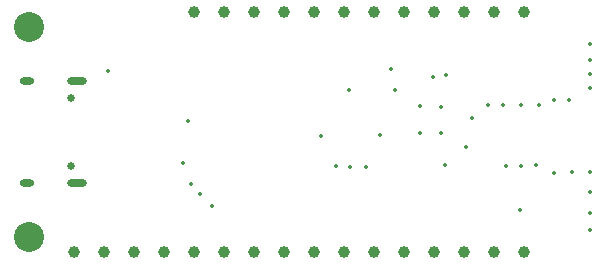
<source format=gbr>
%TF.GenerationSoftware,Altium Limited,Altium Designer,18.1.7 (191)*%
G04 Layer_Color=0*
%FSLAX26Y26*%
%MOIN*%
%TF.FileFunction,Plated,1,2,PTH,Drill*%
%TF.Part,Single*%
G01*
G75*
%TA.AperFunction,ComponentDrill*%
%ADD72C,0.039370*%
%ADD73C,0.039370*%
%ADD74C,0.100000*%
%ADD75O,0.047244X0.023622*%
%ADD76O,0.066929X0.023622*%
%ADD77C,0.025591*%
%TA.AperFunction,ViaDrill,NotFilled*%
%ADD78C,0.013780*%
D72*
X1761323Y864567D02*
D03*
X1661323D02*
D03*
X1561323D02*
D03*
X1461323D02*
D03*
X1361323D02*
D03*
X1261323D02*
D03*
X1161323D02*
D03*
X1061323D02*
D03*
X961323D02*
D03*
X861323D02*
D03*
X761323D02*
D03*
X661323D02*
D03*
D73*
X1761323Y64567D02*
D03*
X1661323D02*
D03*
X1561323D02*
D03*
X1461323D02*
D03*
X1361323D02*
D03*
X1261323D02*
D03*
X1161323D02*
D03*
X1061323D02*
D03*
X961323D02*
D03*
X861323D02*
D03*
X761323D02*
D03*
X661323D02*
D03*
X561323D02*
D03*
X461323D02*
D03*
X361323D02*
D03*
X261323D02*
D03*
D74*
X111323Y114567D02*
D03*
Y814567D02*
D03*
D75*
X104529Y294882D02*
D03*
Y635039D02*
D03*
D76*
X269096Y294882D02*
D03*
Y635039D02*
D03*
D77*
X248230Y351181D02*
D03*
Y578740D02*
D03*
D78*
X1317913Y673228D02*
D03*
X1748032Y204724D02*
D03*
X649606Y291339D02*
D03*
X679134Y257874D02*
D03*
X718504Y218504D02*
D03*
X374016Y668698D02*
D03*
X622978Y360824D02*
D03*
X639764Y502172D02*
D03*
X1176102Y603111D02*
D03*
X1328740Y603740D02*
D03*
X1133858Y349606D02*
D03*
X1181102Y348031D02*
D03*
X1978347Y136220D02*
D03*
Y195276D02*
D03*
X1978347Y264173D02*
D03*
X1978347Y756299D02*
D03*
X1978347Y705512D02*
D03*
Y657495D02*
D03*
Y609354D02*
D03*
X1909449Y571777D02*
D03*
X1860236Y571773D02*
D03*
X1811024Y552695D02*
D03*
X1749016D02*
D03*
X1690943D02*
D03*
X1640963Y554269D02*
D03*
X1699034Y351181D02*
D03*
X1749016D02*
D03*
X1801181Y352756D02*
D03*
X1859252Y327953D02*
D03*
X1919291Y329527D02*
D03*
X1978347Y331102D02*
D03*
X1232284Y348031D02*
D03*
X1279528Y453918D02*
D03*
X1082677Y452162D02*
D03*
X1414173Y460262D02*
D03*
X1484252Y461837D02*
D03*
Y547334D02*
D03*
X1414173Y548909D02*
D03*
X1499213Y654724D02*
D03*
X1586889Y511811D02*
D03*
X1496063Y354331D02*
D03*
X1566416Y412443D02*
D03*
X1456693Y648032D02*
D03*
%TF.MD5,76716ba01868419dc8e0ecf393da4948*%
M02*

</source>
